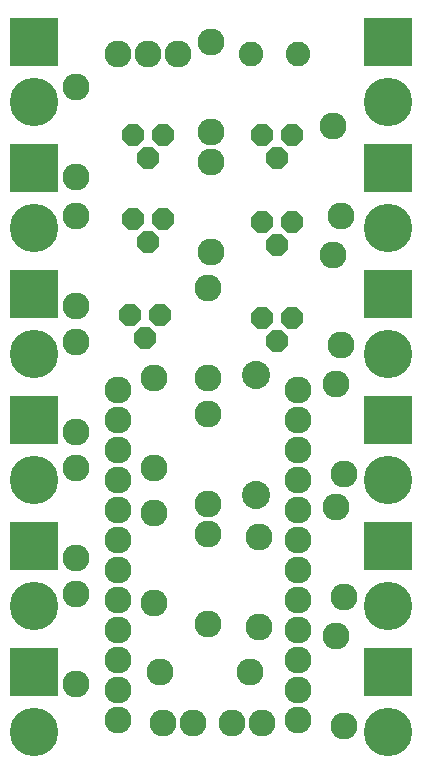
<source format=gbs>
G75*
%MOIN*%
%OFA0B0*%
%FSLAX25Y25*%
%IPPOS*%
%LPD*%
%AMOC8*
5,1,8,0,0,1.08239X$1,22.5*
%
%ADD10C,0.16167*%
%ADD11R,0.16167X0.16167*%
%ADD12C,0.09000*%
%ADD13C,0.08200*%
%ADD14C,0.09400*%
%ADD15OC8,0.07200*%
D10*
X0022819Y0013053D03*
X0022819Y0055053D03*
X0022819Y0097053D03*
X0022819Y0139053D03*
X0022819Y0181053D03*
X0022819Y0223053D03*
X0140819Y0223053D03*
X0140819Y0181053D03*
X0140819Y0139053D03*
X0140819Y0097053D03*
X0140819Y0055053D03*
X0140819Y0013053D03*
D11*
X0140819Y0033053D03*
X0140819Y0075053D03*
X0140819Y0117053D03*
X0140819Y0159053D03*
X0140819Y0201053D03*
X0140819Y0243053D03*
X0022819Y0243053D03*
X0022819Y0201053D03*
X0022819Y0159053D03*
X0022819Y0117053D03*
X0022819Y0075053D03*
X0022819Y0033053D03*
D12*
X0036819Y0029053D03*
X0050819Y0027053D03*
X0050819Y0017053D03*
X0050819Y0037053D03*
X0050819Y0047053D03*
X0050819Y0057053D03*
X0050819Y0067053D03*
X0050819Y0077053D03*
X0050819Y0087053D03*
X0050819Y0097053D03*
X0050819Y0107053D03*
X0050819Y0117053D03*
X0050819Y0127053D03*
X0062819Y0131053D03*
X0080819Y0131053D03*
X0080819Y0119053D03*
X0062819Y0101053D03*
X0062819Y0086053D03*
X0080819Y0089053D03*
X0080819Y0079053D03*
X0097819Y0078053D03*
X0110819Y0077053D03*
X0110819Y0067053D03*
X0110819Y0057053D03*
X0110819Y0047053D03*
X0110819Y0037053D03*
X0110819Y0027053D03*
X0110819Y0017053D03*
X0098819Y0016053D03*
X0088819Y0016053D03*
X0094819Y0033053D03*
X0097819Y0048053D03*
X0080819Y0049053D03*
X0064819Y0033053D03*
X0065819Y0016053D03*
X0075819Y0016053D03*
X0062819Y0056053D03*
X0036819Y0059053D03*
X0036819Y0071053D03*
X0036819Y0101053D03*
X0036819Y0113053D03*
X0036819Y0143053D03*
X0036819Y0155053D03*
X0036819Y0185053D03*
X0036819Y0198053D03*
X0036819Y0228053D03*
X0050819Y0239053D03*
X0060819Y0239053D03*
X0070819Y0239053D03*
X0081819Y0243053D03*
X0081819Y0213053D03*
X0081819Y0203053D03*
X0081819Y0173053D03*
X0080819Y0161053D03*
X0110819Y0127053D03*
X0110819Y0117053D03*
X0110819Y0107053D03*
X0110819Y0097053D03*
X0110819Y0087053D03*
X0123512Y0087996D03*
X0126126Y0099110D03*
X0123512Y0128996D03*
X0125126Y0142110D03*
X0122512Y0171996D03*
X0125126Y0185110D03*
X0122512Y0214996D03*
X0126126Y0058110D03*
X0123512Y0044996D03*
X0126126Y0015110D03*
D13*
X0110693Y0239053D03*
X0094945Y0239053D03*
D14*
X0096819Y0132053D03*
X0096819Y0092053D03*
D15*
X0103819Y0143553D03*
X0098819Y0151053D03*
X0108819Y0151053D03*
X0103819Y0175553D03*
X0098819Y0183053D03*
X0108819Y0183053D03*
X0103819Y0204553D03*
X0098819Y0212053D03*
X0108819Y0212053D03*
X0065819Y0212053D03*
X0060819Y0204553D03*
X0055819Y0212053D03*
X0055819Y0184053D03*
X0060819Y0176553D03*
X0065819Y0184053D03*
X0064819Y0152053D03*
X0059819Y0144553D03*
X0054819Y0152053D03*
M02*

</source>
